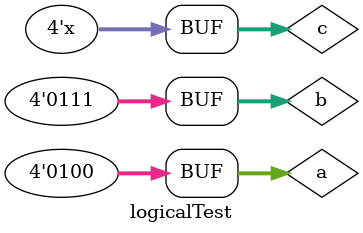
<source format=v>
module logicalTest();
reg [3:0] a ;
reg [3:0] b;
reg [3:0] c;
initial begin
    a = 4;
    b = 7;
    c = 4'hx; 
    $display("a && b : ", a && b);
    $display("a || b : ", a || b);
    $display("!a : ", !a );
    $display("a || c : ", a || c);
    $display("!c :", !c);
end
endmodule
</source>
